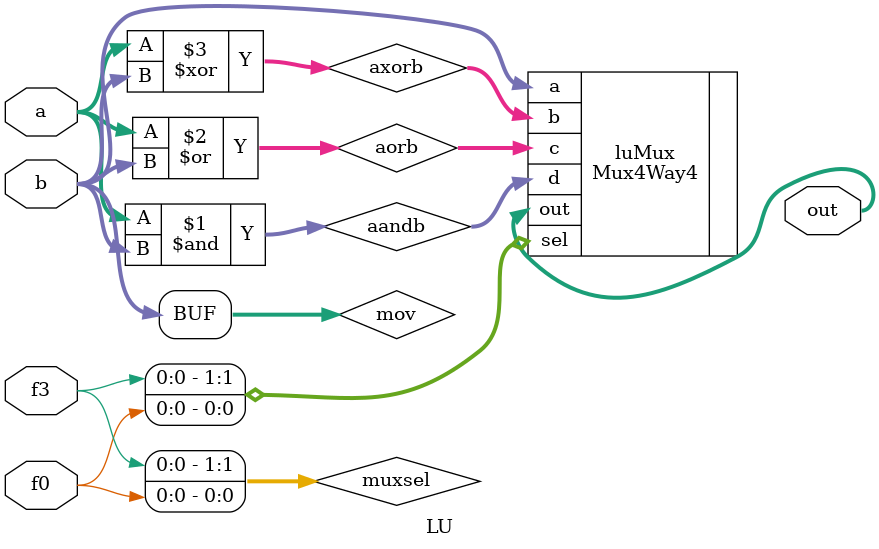
<source format=v>
module LU(
input [3:0] a,
input [3:0] b,
input f0,
input f3,
output [3:0] out
);

wire [1:0] muxsel;
wire [3:0] aandb;
wire [3:0] aorb;
wire [3:0] axorb;
wire [3:0] mov;

assign aandb = a&b;
assign aorb = a|b;
assign axorb = a^b;
assign mov = b;

assign muxsel[0] = f0;
assign muxsel[1] = f3;

Mux4Way4 luMux(
.a(mov),
.b(axorb),
.c(aorb),
.d(aandb),
.sel(muxsel),
.out(out)
);

endmodule 
</source>
